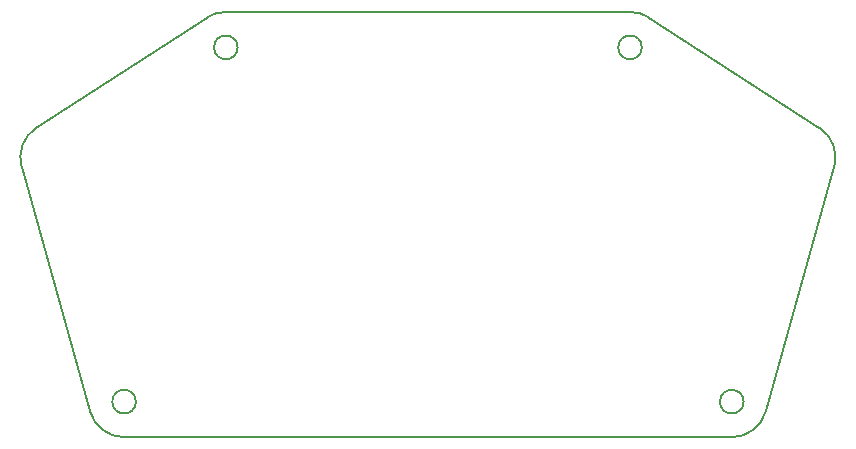
<source format=gbr>
G04 #@! TF.GenerationSoftware,KiCad,Pcbnew,7.0.2-0*
G04 #@! TF.CreationDate,2023-07-23T18:43:10+09:00*
G04 #@! TF.ProjectId,capacitor_board2,63617061-6369-4746-9f72-5f626f617264,rev?*
G04 #@! TF.SameCoordinates,Original*
G04 #@! TF.FileFunction,Profile,NP*
%FSLAX46Y46*%
G04 Gerber Fmt 4.6, Leading zero omitted, Abs format (unit mm)*
G04 Created by KiCad (PCBNEW 7.0.2-0) date 2023-07-23 18:43:10*
%MOMM*%
%LPD*%
G01*
G04 APERTURE LIST*
G04 #@! TA.AperFunction,Profile*
%ADD10C,0.200000*%
G04 #@! TD*
G04 APERTURE END LIST*
D10*
X171524619Y-119500018D02*
G75*
G03*
X174413510Y-117308891I-19J3000018D01*
G01*
X162914058Y-83500000D02*
X128685942Y-83500000D01*
X128685942Y-83500024D02*
G75*
G03*
X127056189Y-83981290I-42J-2999976D01*
G01*
X117186506Y-117308886D02*
G75*
G03*
X120075381Y-119500001I2888894J808886D01*
G01*
X180204272Y-96627411D02*
G75*
G03*
X178945183Y-93299825I-2888872J808911D01*
G01*
X129685942Y-86500000D02*
G75*
G03*
X129685942Y-86500000I-1000000J0D01*
G01*
X172524619Y-116500001D02*
G75*
G03*
X172524619Y-116500001I-1000000J0D01*
G01*
X120075381Y-119500001D02*
X171524619Y-119500001D01*
X121075381Y-116500001D02*
G75*
G03*
X121075381Y-116500001I-1000000J0D01*
G01*
X164543798Y-83981311D02*
G75*
G03*
X162914058Y-83500000I-1629698J-2518389D01*
G01*
X174413511Y-117308891D02*
X180204322Y-96627425D01*
X163914058Y-86500000D02*
G75*
G03*
X163914058Y-86500000I-1000000J0D01*
G01*
X127056189Y-83981290D02*
X112654817Y-93299825D01*
X112654789Y-93299781D02*
G75*
G03*
X111395678Y-96627425I1629811J-2518719D01*
G01*
X111395678Y-96627425D02*
X117186489Y-117308891D01*
X178945183Y-93299825D02*
X164543811Y-83981290D01*
M02*

</source>
